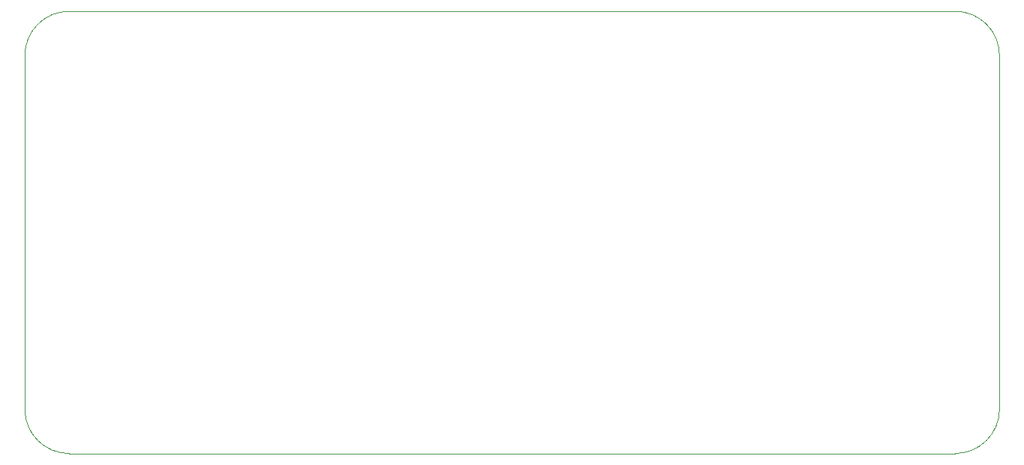
<source format=gm1>
%TF.GenerationSoftware,KiCad,Pcbnew,7.0.7*%
%TF.CreationDate,2024-03-16T18:53:28+01:00*%
%TF.ProjectId,OpenHand,4f70656e-4861-46e6-942e-6b696361645f,rev?*%
%TF.SameCoordinates,Original*%
%TF.FileFunction,Profile,NP*%
%FSLAX46Y46*%
G04 Gerber Fmt 4.6, Leading zero omitted, Abs format (unit mm)*
G04 Created by KiCad (PCBNEW 7.0.7) date 2024-03-16 18:53:28*
%MOMM*%
%LPD*%
G01*
G04 APERTURE LIST*
%TA.AperFunction,Profile*%
%ADD10C,0.100000*%
%TD*%
G04 APERTURE END LIST*
D10*
X100000000Y-145000000D02*
G75*
G03*
X105000000Y-150000000I5000000J0D01*
G01*
X210000000Y-105000000D02*
X210000000Y-145000000D01*
X100000000Y-105000000D02*
X100000000Y-145000000D01*
X105000000Y-100000000D02*
X205000000Y-100000000D01*
X105000000Y-100000000D02*
G75*
G03*
X100000000Y-105000000I0J-5000000D01*
G01*
X210000000Y-105000000D02*
G75*
G03*
X205000000Y-100000000I-5000000J0D01*
G01*
X205000000Y-150000000D02*
X105000000Y-150000000D01*
X205000000Y-150000000D02*
G75*
G03*
X210000000Y-145000000I0J5000000D01*
G01*
M02*

</source>
